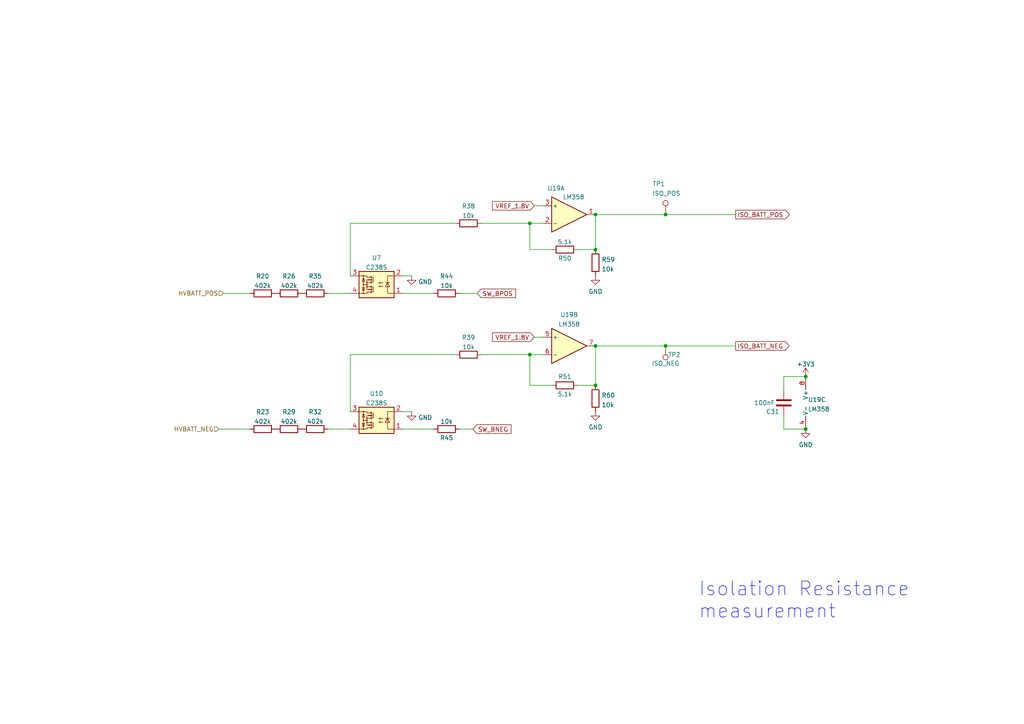
<source format=kicad_sch>
(kicad_sch (version 20230121) (generator eeschema)
  (paper "A4")
  (title_block (title "Tesla Model 3 Battery Controller") (date "2022-03-23") (rev "v0.3") (company "Wim Boone"))
  (lib_symbols
    (symbol "Amplifier_Operational:LM358" (pin_names (offset 0.127))
      (property "Reference" "U" (at 0 5.08 0))
      (property "Value" "LM358" (at 0 -5.08 0))
      (symbol "LM358_1_1"
        (polyline (pts (xy -5.08 5.08) (xy 5.08 0) (xy -5.08 -5.08) (xy -5.08 5.08)) (stroke (width 0.254)) (fill (type background)))
        (pin output line (at 7.62 0 180) (length 2.54) (name "~") (number "1"))
        (pin input line (at -7.62 -2.54 0) (length 2.54) (name "-") (number "2"))
        (pin input line (at -7.62 2.54 0) (length 2.54) (name "+") (number "3"))
      )
      (symbol "LM358_2_1"
        (polyline (pts (xy -5.08 5.08) (xy 5.08 0) (xy -5.08 -5.08) (xy -5.08 5.08)) (stroke (width 0.254)) (fill (type background)))
        (pin input line (at -7.62 2.54 0) (length 2.54) (name "+") (number "5"))
        (pin input line (at -7.62 -2.54 0) (length 2.54) (name "-") (number "6"))
        (pin output line (at 7.62 0 180) (length 2.54) (name "~") (number "7"))
      )
      (symbol "LM358_3_1"
        (pin power_in line (at -2.54 -7.62 90) (length 3.81) (name "V-") (number "4"))
        (pin power_in line (at -2.54 7.62 270) (length 3.81) (name "V+") (number "8"))
      )
    )
    (symbol "Connector:TestPoint" (pin_numbers hide) (pin_names (offset 0.762) hide)
      (property "Reference" "TP" (at 0 6.858 0))
      (property "Value" "TestPoint" (at 0 5.08 0))
      (symbol "TestPoint_0_1"
        (circle (center 0 3.302) (radius 0.762))
      )
      (symbol "TestPoint_1_1"
        (pin passive line (at 0 0 90) (length 2.54) (name "1") (number "1"))
      )
    )
    (symbol "Device:C" (pin_numbers hide) (pin_names (offset 0.254))
      (property "Reference" "C" (at 0.635 2.54 0))
      (property "Value" "C" (at 0.635 -2.54 0))
      (symbol "C_0_1"
        (polyline (pts (xy -2.032 -0.762) (xy 2.032 -0.762)) (stroke (width 0.508)))
        (polyline (pts (xy -2.032 0.762) (xy 2.032 0.762)) (stroke (width 0.508)))
      )
      (symbol "C_1_1"
        (pin passive line (at 0 3.81 270) (length 2.794) (name "~") (number "1"))
        (pin passive line (at 0 -3.81 90) (length 2.794) (name "~") (number "2"))
      )
    )
    (symbol "Device:R" (pin_numbers hide) (pin_names (offset 0))
      (property "Reference" "R" (at 2.032 0 90))
      (property "Value" "R" (at 0 0 90))
      (symbol "R_0_1"
        (rectangle (start -1.016 -2.54) (end 1.016 2.54) (stroke (width 0.254)))
      )
      (symbol "R_1_1"
        (pin passive line (at 0 3.81 270) (length 1.27) (name "~") (number "1"))
        (pin passive line (at 0 -3.81 90) (length 1.27) (name "~") (number "2"))
      )
    )
    (symbol "Relay_SolidState:C238S"
      (property "Reference" "U" (at -5.08 4.953 0))
      (property "Value" "C238S" (at -5.08 -5.08 0))
      (symbol "C238S_0_1"
        (rectangle (start -5.08 3.81) (end 5.08 -3.81) (stroke (width 0.254)) (fill (type background)))
        (polyline (pts (xy -3.81 -0.635) (xy -2.54 -0.635)))
        (polyline (pts (xy 1.016 -0.635) (xy 1.016 -2.159)) (stroke (width 0.2032)))
        (polyline (pts (xy 1.016 2.159) (xy 1.016 0.635)) (stroke (width 0.2032)))
        (polyline (pts (xy 1.524 -0.508) (xy 1.524 -0.762)) (stroke (width 0.3556)))
        (polyline (pts (xy 2.794 0) (xy 3.81 0)))
        (polyline (pts (xy 3.429 -1.651) (xy 4.191 -1.651)))
        (polyline (pts (xy 3.429 1.651) (xy 4.191 1.651)))
        (polyline (pts (xy 3.81 -2.54) (xy 3.81 2.54)))
        (polyline (pts (xy 1.524 -2.032) (xy 1.524 -2.286) (xy 1.524 -2.286)) (stroke (width 0.3556)))
        (polyline (pts (xy 1.524 -1.27) (xy 1.524 -1.524) (xy 1.524 -1.524)) (stroke (width 0.3556)))
        (polyline (pts (xy 1.524 0.762) (xy 1.524 0.508) (xy 1.524 0.508)) (stroke (width 0.3556)))
        (polyline (pts (xy 1.524 1.524) (xy 1.524 1.27) (xy 1.524 1.27)) (stroke (width 0.3556)))
        (polyline (pts (xy 1.524 2.286) (xy 1.524 2.032) (xy 1.524 2.032)) (stroke (width 0.3556)))
        (polyline (pts (xy 1.651 -1.397) (xy 2.794 -1.397) (xy 2.794 -0.635)))
        (polyline (pts (xy 1.651 1.397) (xy 2.794 1.397) (xy 2.794 0.635)))
        (polyline (pts (xy -5.08 2.54) (xy -3.175 2.54) (xy -3.175 -2.54) (xy -5.08 -2.54)))
        (polyline (pts (xy -3.175 -0.635) (xy -3.81 0.635) (xy -2.54 0.635) (xy -3.175 -0.635)))
        (polyline (pts (xy 1.651 -2.159) (xy 2.794 -2.159) (xy 2.794 -2.54) (xy 5.08 -2.54)))
        (polyline (pts (xy 1.651 -0.635) (xy 2.794 -0.635) (xy 2.794 0.635) (xy 1.651 0.635)))
        (polyline (pts (xy 1.651 2.159) (xy 2.794 2.159) (xy 2.794 2.54) (xy 5.08 2.54)))
        (polyline (pts (xy 1.778 -1.397) (xy 2.286 -1.27) (xy 2.286 -1.524) (xy 1.778 -1.397)))
        (polyline (pts (xy 1.778 1.397) (xy 2.286 1.524) (xy 2.286 1.27) (xy 1.778 1.397)))
        (polyline (pts (xy 3.81 -1.651) (xy 3.429 -0.889) (xy 4.191 -0.889) (xy 3.81 -1.651)))
        (polyline (pts (xy 3.81 1.651) (xy 3.429 0.889) (xy 4.191 0.889) (xy 3.81 1.651)))
        (polyline (pts (xy -1.905 -0.508) (xy -0.635 -0.508) (xy -1.016 -0.635) (xy -1.016 -0.381) (xy -0.635 -0.508)))
        (polyline (pts (xy -1.905 0.508) (xy -0.635 0.508) (xy -1.016 0.381) (xy -1.016 0.635) (xy -0.635 0.508)))
        (circle (center 2.794 -0.635) (radius 0.127))
        (circle (center 2.794 0) (radius 0.127))
        (circle (center 2.794 0.635) (radius 0.127))
        (circle (center 3.81 -2.54) (radius 0.127))
        (circle (center 3.81 0) (radius 0.127))
        (circle (center 3.81 2.54) (radius 0.127))
      )
      (symbol "C238S_1_1"
        (pin passive line (at -7.62 2.54 0) (length 2.54) (name "~") (number "1"))
        (pin passive line (at -7.62 -2.54 0) (length 2.54) (name "~") (number "2"))
        (pin passive line (at 7.62 -2.54 180) (length 2.54) (name "~") (number "3"))
        (pin passive line (at 7.62 2.54 180) (length 2.54) (name "~") (number "4"))
      )
    )
    (symbol "power:+3V3" (power) (pin_names (offset 0))
      (property "Value" "+3V3" (at 0 3.556 0))
      (symbol "+3V3_0_1"
        (polyline (pts (xy -0.762 1.27) (xy 0 2.54)))
        (polyline (pts (xy 0 0) (xy 0 2.54)))
        (polyline (pts (xy 0 2.54) (xy 0.762 1.27)))
      )
      (symbol "+3V3_1_1"
        (pin power_in line (at 0 0 90) (length 0) hide (name "+3V3") (number "1"))
      )
    )
    (symbol "power:GND" (power) (pin_names (offset 0))
      (property "Value" "GND" (at 0 -3.81 0))
      (symbol "GND_0_1"
        (polyline (pts (xy 0 0) (xy 0 -1.27) (xy 1.27 -1.27) (xy 0 -2.54) (xy -1.27 -1.27) (xy 0 -1.27)))
      )
      (symbol "GND_1_1"
        (pin power_in line (at 0 0 270) (length 0) hide (name "GND") (number "1"))
      )
    )
  )
  (junction (at 233.68 109.22))
  (junction (at 193.04 62.23))
  (junction (at 233.68 124.46))
  (junction (at 172.72 100.33))
  (junction (at 153.67 64.77))
  (junction (at 172.72 62.23))
  (junction (at 193.04 100.33))
  (junction (at 172.72 111.76))
  (junction (at 172.72 72.39))
  (junction (at 153.67 102.87))
  (wire (pts (xy 153.67 102.87) (xy 153.67 111.76)))
  (wire (pts (xy 116.84 119.38) (xy 119.38 119.38)))
  (wire (pts (xy 227.33 113.03) (xy 227.33 109.22)))
  (wire (pts (xy 153.67 102.87) (xy 157.48 102.87)))
  (wire (pts (xy 167.64 111.76) (xy 172.72 111.76)))
  (wire (pts (xy 64.77 85.09) (xy 72.39 85.09)))
  (wire (pts (xy 125.73 85.09) (xy 116.84 85.09)))
  (wire (pts (xy 139.7 64.77) (xy 153.67 64.77)))
  (wire (pts (xy 138.43 85.09) (xy 133.35 85.09)))
  (wire (pts (xy 137.16 124.46) (xy 133.35 124.46)))
  (wire (pts (xy 167.64 72.39) (xy 172.72 72.39)))
  (wire (pts (xy 227.33 120.65) (xy 227.33 124.46)))
  (wire (pts (xy 101.6 64.77) (xy 101.6 80.01)))
  (wire (pts (xy 95.25 85.09) (xy 101.6 85.09)))
  (wire (pts (xy 172.72 62.23) (xy 172.72 72.39)))
  (wire (pts (xy 172.72 62.23) (xy 193.04 62.23)))
  (wire (pts (xy 101.6 102.87) (xy 101.6 119.38)))
  (wire (pts (xy 193.04 62.23) (xy 213.36 62.23)))
  (wire (pts (xy 160.02 72.39) (xy 153.67 72.39)))
  (wire (pts (xy 193.04 100.33) (xy 213.36 100.33)))
  (wire (pts (xy 227.33 124.46) (xy 233.68 124.46)))
  (wire (pts (xy 172.72 100.33) (xy 172.72 111.76)))
  (wire (pts (xy 172.72 100.33) (xy 193.04 100.33)))
  (wire (pts (xy 139.7 102.87) (xy 153.67 102.87)))
  (wire (pts (xy 153.67 72.39) (xy 153.67 64.77)))
  (wire (pts (xy 160.02 111.76) (xy 153.67 111.76)))
  (wire (pts (xy 95.25 124.46) (xy 101.6 124.46)))
  (wire (pts (xy 116.84 80.01) (xy 119.38 80.01)))
  (wire (pts (xy 63.5 124.46) (xy 72.39 124.46)))
  (wire (pts (xy 101.6 64.77) (xy 132.08 64.77)))
  (wire (pts (xy 154.94 59.69) (xy 157.48 59.69)))
  (wire (pts (xy 125.73 124.46) (xy 116.84 124.46)))
  (wire (pts (xy 101.6 102.87) (xy 132.08 102.87)))
  (wire (pts (xy 227.33 109.22) (xy 233.68 109.22)))
  (wire (pts (xy 154.94 97.79) (xy 157.48 97.79)))
  (wire (pts (xy 153.67 64.77) (xy 157.48 64.77)))
  (text "Isolation Resistance\nmeasurement" (at 202.565 179.705 0) (effects (font (size 4 4)) (justify left bottom)))
  (global_label "ISO_BATT_POS" (shape output) (at 213.36 62.23 0) (property "Intersheetrefs" "${INTERSHEET_REFS}" (effects hide)))
  (global_label "SW_BNEG" (shape input) (at 137.16 124.46 0) (property "Intersheetrefs" "${INTERSHEET_REFS}" (effects hide)))
  (global_label "ISO_BATT_NEG" (shape output) (at 213.36 100.33 0) (property "Intersheetrefs" "${INTERSHEET_REFS}" (effects hide)))
  (global_label "VREF_1.8V" (shape input) (at 154.94 97.79 180) (property "Intersheetrefs" "${INTERSHEET_REFS}" (effects hide)))
  (global_label "VREF_1.8V" (shape input) (at 154.94 59.69 180) (property "Intersheetrefs" "${INTERSHEET_REFS}" (effects hide)))
  (global_label "SW_BPOS" (shape input) (at 138.43 85.09 0) (property "Intersheetrefs" "${INTERSHEET_REFS}" (effects hide)))
  (hierarchical_label "HVBATT_NEG" (shape input) (at 63.5 124.46 180))
  (hierarchical_label "HVBATT_POS" (shape input) (at 64.77 85.09 180))
  (symbol (lib_id "Device:R") (at 76.2 124.46 90) (unit 1)
    (property "Reference" "R23" (at 76.2 119.4775 90))
    (property "Value" "402k" (at 76.2 122.2526 90))
    (property "Footprint" "Resistor_SMD:R_0805_2012Metric_Pad1.20x1.40mm_HandSolder" (effects hide))
    (property "Description" "±0.1% 125mW Thin Film Resistor 150V ±25ppm/℃ -55℃~+155℃ 402kΩ 0805 Chip Resistor - Surface Mount ROHS" (effects hide))
    (property "LCSC Part" "C706240" (effects hide))
  )
  (symbol (lib_id "power:GND") (at 119.38 80.01 0) (unit 1)
    (property "Reference" "#PWR0160" (effects hide))
    (property "Value" "GND" (at 121.285 81.7589 0) (effects (justify left)))
  )
  (symbol (lib_id "Device:R") (at 129.54 85.09 90) (unit 1)
    (property "Reference" "R44" (at 129.54 80.1075 90))
    (property "Value" "10k" (at 129.54 82.8826 90))
    (property "Footprint" "Resistor_SMD:R_0603_1608Metric" (effects hide))
    (property "LCSC Part" "C25804" (effects hide))
    (property "Description" "100mW Thick Film Resistors ±100ppm/℃ ±1% 10kΩ 0603  Chip Resistor - Surface Mount ROHS" (effects hide))
  )
  (symbol (lib_id "Device:R") (at 76.2 85.09 90) (unit 1)
    (property "Reference" "R20" (at 76.2 80.1075 90))
    (property "Value" "402k" (at 76.2 82.8826 90))
    (property "Footprint" "Resistor_SMD:R_0805_2012Metric_Pad1.20x1.40mm_HandSolder" (effects hide))
    (property "Description" "±0.1% 125mW Thin Film Resistor 150V ±25ppm/℃ -55℃~+155℃ 402kΩ 0805 Chip Resistor - Surface Mount ROHS" (effects hide))
    (property "LCSC Part" "C706240" (effects hide))
  )
  (symbol (lib_id "Connector:TestPoint") (at 193.04 100.33 180) (unit 1) (in_bom no)
    (property "Reference" "TP2" (at 195.58 102.87 0))
    (property "Value" "ISO_NEG" (at 193.04 105.41 0))
    (property "Footprint" "TestPoint:TestPoint_THTPad_1.5x1.5mm_Drill0.7mm" (effects hide))
  )
  (symbol (lib_id "power:GND") (at 172.72 80.01 0) (unit 1)
    (property "Reference" "#PWR0153" (effects hide))
    (property "Value" "GND" (at 172.72 84.5725 0))
  )
  (symbol (lib_id "Amplifier_Operational:LM358") (at 165.1 100.33 0) (unit 2)
    (property "Reference" "U19" (at 165.1 91.2835 0))
    (property "Value" "LM358" (at 165.1 94.0586 0))
    (property "Footprint" "Package_SO:SOIC-8_3.9x4.9mm_P1.27mm" (effects hide))
    (property "Datasheet" "http://www.ti.com/lit/ds/symlink/lm2904-n.pdf" (effects hide))
    (property "Description" "0.6 V/us 2 1MHz 3V ~ 32V, ±1.5V ~ 16V 1.5mA General Purpose SOIC-8_150mil Operational Amplifier ROHS" (effects hide))
    (property "LCSC Part" "C7950" (effects hide))
  )
  (symbol (lib_id "power:GND") (at 233.68 124.46 0) (unit 1)
    (property "Reference" "#PWR0154" (effects hide))
    (property "Value" "GND" (at 233.68 129.0224 0))
  )
  (symbol (lib_id "Device:R") (at 91.44 124.46 90) (unit 1)
    (property "Reference" "R32" (at 91.44 119.4775 90))
    (property "Value" "402k" (at 91.44 122.2526 90))
    (property "Footprint" "Resistor_SMD:R_0805_2012Metric_Pad1.20x1.40mm_HandSolder" (effects hide))
    (property "Description" "±0.1% 125mW Thin Film Resistor 150V ±25ppm/℃ -55℃~+155℃ 402kΩ 0805 Chip Resistor - Surface Mount ROHS" (effects hide))
    (property "LCSC Part" "C706240" (effects hide))
  )
  (symbol (lib_id "Connector:TestPoint") (at 193.04 62.23 0) (unit 1) (in_bom no)
    (property "Reference" "TP1" (at 189.23 53.34 0) (effects (justify left)))
    (property "Value" "ISO_POS" (at 189.23 56.1151 0) (effects (justify left)))
    (property "Footprint" "TestPoint:TestPoint_THTPad_1.5x1.5mm_Drill0.7mm" (effects hide))
  )
  (symbol (lib_id "Amplifier_Operational:LM358") (at 236.22 116.84 0) (unit 3)
    (property "Reference" "U19" (at 234.315 115.9315 0) (effects (justify left)))
    (property "Value" "LM358" (at 234.315 118.7066 0) (effects (justify left)))
    (property "Footprint" "Package_SO:SOIC-8_3.9x4.9mm_P1.27mm" (effects hide))
    (property "Datasheet" "http://www.ti.com/lit/ds/symlink/lm2904-n.pdf" (effects hide))
    (property "Description" "0.6 V/us 2 1MHz 3V ~ 32V, ±1.5V ~ 16V 1.5mA General Purpose SOIC-8_150mil Operational Amplifier ROHS" (effects hide))
    (property "LCSC Part" "C7950" (effects hide))
  )
  (symbol (lib_id "Device:R") (at 172.72 76.2 180) (unit 1)
    (property "Reference" "R59" (at 174.498 75.2915 0) (effects (justify right)))
    (property "Value" "10k" (at 174.498 78.0666 0) (effects (justify right)))
    (property "Footprint" "Resistor_SMD:R_0603_1608Metric" (effects hide))
    (property "LCSC Part" "C25804" (effects hide))
    (property "Description" "100mW Thick Film Resistors ±100ppm/℃ ±1% 10kΩ 0603  Chip Resistor - Surface Mount ROHS" (effects hide))
  )
  (symbol (lib_id "Amplifier_Operational:LM358") (at 165.1 62.23 0) (unit 1)
    (property "Reference" "U19" (at 161.29 54.61 0))
    (property "Value" "LM358" (at 166.37 57.15 0))
    (property "Footprint" "Package_SO:SOIC-8_3.9x4.9mm_P1.27mm" (effects hide))
    (property "Datasheet" "http://www.ti.com/lit/ds/symlink/lm2904-n.pdf" (effects hide))
    (property "Description" "0.6 V/us 2 1MHz 3V ~ 32V, ±1.5V ~ 16V 1.5mA General Purpose SOIC-8_150mil Operational Amplifier ROHS" (effects hide))
    (property "LCSC Part" "C7950" (effects hide))
  )
  (symbol (lib_id "power:+3V3") (at 233.68 109.22 0) (unit 1)
    (property "Reference" "#PWR0163" (effects hide))
    (property "Value" "+3V3" (at 233.68 105.6155 0))
  )
  (symbol (lib_id "Device:R") (at 135.89 64.77 90) (unit 1)
    (property "Reference" "R38" (at 135.89 59.7875 90))
    (property "Value" "10k" (at 135.89 62.5626 90))
    (property "Footprint" "Resistor_SMD:R_0603_1608Metric" (effects hide))
    (property "LCSC Part" "C25804" (effects hide))
    (property "Description" "100mW Thick Film Resistors ±100ppm/℃ ±1% 10kΩ 0603  Chip Resistor - Surface Mount ROHS" (effects hide))
  )
  (symbol (lib_id "Device:R") (at 163.83 72.39 90) (unit 1)
    (property "Reference" "R50" (at 163.83 74.93 90))
    (property "Value" "5.1k" (at 163.83 70.1826 90))
    (property "Footprint" "Resistor_SMD:R_0603_1608Metric" (effects hide))
    (property "LCSC Part" "C23186" (effects hide))
    (property "Description" "100mW Thick Film Resistors ±100ppm/℃ ±1% 5.1kΩ 0603  Chip Resistor - Surface Mount ROHS" (effects hide))
  )
  (symbol (lib_id "power:GND") (at 119.38 119.38 0) (unit 1)
    (property "Reference" "#PWR0159" (effects hide))
    (property "Value" "GND" (at 121.285 121.1289 0) (effects (justify left)))
  )
  (symbol (lib_id "Device:R") (at 163.83 111.76 90) (unit 1)
    (property "Reference" "R51" (at 163.83 109.22 90))
    (property "Value" "5.1k" (at 163.83 114.3 90))
    (property "Footprint" "Resistor_SMD:R_0603_1608Metric" (effects hide))
    (property "LCSC Part" "C23186" (effects hide))
    (property "Description" "100mW Thick Film Resistors ±100ppm/℃ ±1% 5.1kΩ 0603  Chip Resistor - Surface Mount ROHS" (effects hide))
  )
  (symbol (lib_id "Relay_SolidState:C238S") (at 109.22 82.55 180) (unit 1)
    (property "Reference" "U7" (at 109.22 74.7735 0))
    (property "Value" "C238S" (at 109.22 77.5486 0))
    (property "Footprint" "Package_SO:SO-4_4.4x4.3mm_P2.54mm" (effects hide))
    (property "Datasheet" "https://nl.mouser.com/datasheet/2/89/cs_ct%20series-1160665.pdf" (effects hide))
    (property "Description" "Solid State Relays - PCB Mount COTO MOSFET - 1 FORM A, 600V, 60 OHMS MAX" (effects hide))
    (property "Mouser" "https://nl.mouser.com/ProductDetail/Coto-Technology/C238S?qs=sGAEpiMZZMvNy%2Fd%2FTAiTWck8U8Yv%252BXX%2FPlCcsbhMfSY%3D" (effects hide))
  )
  (symbol (lib_id "power:GND") (at 172.72 119.38 0) (unit 1)
    (property "Reference" "#PWR0165" (effects hide))
    (property "Value" "GND" (at 172.72 123.9425 0))
  )
  (symbol (lib_id "Relay_SolidState:C238S") (at 109.22 121.92 180) (unit 1)
    (property "Reference" "U10" (at 109.22 114.1435 0))
    (property "Value" "C238S" (at 109.22 116.9186 0))
    (property "Footprint" "Package_SO:SO-4_4.4x4.3mm_P2.54mm" (effects hide))
    (property "Datasheet" "https://nl.mouser.com/datasheet/2/89/cs_ct%20series-1160665.pdf" (effects hide))
    (property "Description" "Solid State Relays - PCB Mount COTO MOSFET - 1 FORM A, 600V, 60 OHMS MAX" (effects hide))
    (property "Mouser" "https://nl.mouser.com/ProductDetail/Coto-Technology/C238S?qs=sGAEpiMZZMvNy%2Fd%2FTAiTWck8U8Yv%252BXX%2FPlCcsbhMfSY%3D" (effects hide))
  )
  (symbol (lib_id "Device:R") (at 129.54 124.46 90) (unit 1)
    (property "Reference" "R45" (at 129.54 127 90))
    (property "Value" "10k" (at 129.54 122.2526 90))
    (property "Footprint" "Resistor_SMD:R_0603_1608Metric" (effects hide))
    (property "LCSC Part" "C25804" (effects hide))
    (property "Description" "100mW Thick Film Resistors ±100ppm/℃ ±1% 10kΩ 0603  Chip Resistor - Surface Mount ROHS" (effects hide))
  )
  (symbol (lib_id "Device:C") (at 227.33 116.84 180) (unit 1)
    (property "Reference" "C31" (at 226.06 119.38 0) (effects (justify left)))
    (property "Value" "100nF" (at 224.79 116.84 0) (effects (justify left)))
    (property "Footprint" "Capacitor_SMD:C_0603_1608Metric" (effects hide))
    (property "LCSC Part" "C14663" (effects hide))
    (property "Description" "50V 100nF X7R ±10% 0603  Multilayer Ceramic Capacitors MLCC - SMD/SMT ROHS" (effects hide))
  )
  (symbol (lib_id "Device:R") (at 135.89 102.87 90) (unit 1)
    (property "Reference" "R39" (at 135.89 97.8875 90))
    (property "Value" "10k" (at 135.89 100.6626 90))
    (property "Footprint" "Resistor_SMD:R_0603_1608Metric" (effects hide))
    (property "LCSC Part" "C25804" (effects hide))
    (property "Description" "100mW Thick Film Resistors ±100ppm/℃ ±1% 10kΩ 0603  Chip Resistor - Surface Mount ROHS" (effects hide))
  )
  (symbol (lib_id "Device:R") (at 83.82 124.46 90) (unit 1)
    (property "Reference" "R29" (at 83.82 119.4775 90))
    (property "Value" "402k" (at 83.82 122.2526 90))
    (property "Footprint" "Resistor_SMD:R_0805_2012Metric_Pad1.20x1.40mm_HandSolder" (effects hide))
    (property "Description" "±0.1% 125mW Thin Film Resistor 150V ±25ppm/℃ -55℃~+155℃ 402kΩ 0805 Chip Resistor - Surface Mount ROHS" (effects hide))
    (property "LCSC Part" "C706240" (effects hide))
  )
  (symbol (lib_id "Device:R") (at 91.44 85.09 90) (unit 1)
    (property "Reference" "R35" (at 91.44 80.1075 90))
    (property "Value" "402k" (at 91.44 82.8826 90))
    (property "Footprint" "Resistor_SMD:R_0805_2012Metric_Pad1.20x1.40mm_HandSolder" (effects hide))
    (property "Description" "±0.1% 125mW Thin Film Resistor 150V ±25ppm/℃ -55℃~+155℃ 402kΩ 0805 Chip Resistor - Surface Mount ROHS" (effects hide))
    (property "LCSC Part" "C706240" (effects hide))
  )
  (symbol (lib_id "Device:R") (at 83.82 85.09 90) (unit 1)
    (property "Reference" "R26" (at 83.82 80.1075 90))
    (property "Value" "402k" (at 83.82 82.8826 90))
    (property "Footprint" "Resistor_SMD:R_0805_2012Metric_Pad1.20x1.40mm_HandSolder" (effects hide))
    (property "Description" "±0.1% 125mW Thin Film Resistor 150V ±25ppm/℃ -55℃~+155℃ 402kΩ 0805 Chip Resistor - Surface Mount ROHS" (effects hide))
    (property "LCSC Part" "C706240" (effects hide))
  )
  (symbol (lib_id "Device:R") (at 172.72 115.57 180) (unit 1)
    (property "Reference" "R60" (at 174.498 114.6615 0) (effects (justify right)))
    (property "Value" "10k" (at 174.498 117.4366 0) (effects (justify right)))
    (property "Footprint" "Resistor_SMD:R_0603_1608Metric" (effects hide))
    (property "LCSC Part" "C25804" (effects hide))
    (property "Description" "100mW Thick Film Resistors ±100ppm/℃ ±1% 10kΩ 0603  Chip Resistor - Surface Mount ROHS" (effects hide))
  )
)
</source>
